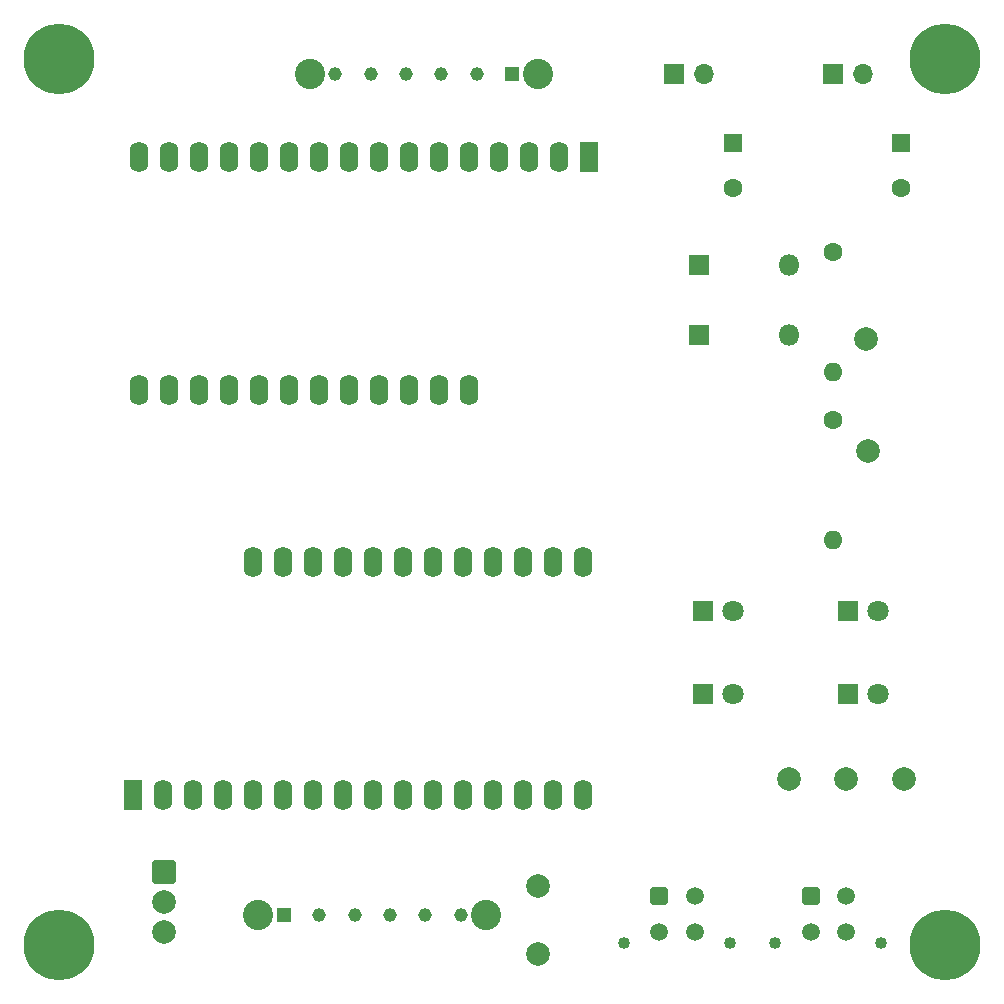
<source format=gbs>
%TF.GenerationSoftware,KiCad,Pcbnew,9.0.0*%
%TF.CreationDate,2025-04-09T18:23:38-07:00*%
%TF.ProjectId,PAC Board,50414320-426f-4617-9264-2e6b69636164,rev?*%
%TF.SameCoordinates,Original*%
%TF.FileFunction,Soldermask,Bot*%
%TF.FilePolarity,Negative*%
%FSLAX46Y46*%
G04 Gerber Fmt 4.6, Leading zero omitted, Abs format (unit mm)*
G04 Created by KiCad (PCBNEW 9.0.0) date 2025-04-09 18:23:38*
%MOMM*%
%LPD*%
G01*
G04 APERTURE LIST*
G04 Aperture macros list*
%AMRoundRect*
0 Rectangle with rounded corners*
0 $1 Rounding radius*
0 $2 $3 $4 $5 $6 $7 $8 $9 X,Y pos of 4 corners*
0 Add a 4 corners polygon primitive as box body*
4,1,4,$2,$3,$4,$5,$6,$7,$8,$9,$2,$3,0*
0 Add four circle primitives for the rounded corners*
1,1,$1+$1,$2,$3*
1,1,$1+$1,$4,$5*
1,1,$1+$1,$6,$7*
1,1,$1+$1,$8,$9*
0 Add four rect primitives between the rounded corners*
20,1,$1+$1,$2,$3,$4,$5,0*
20,1,$1+$1,$4,$5,$6,$7,0*
20,1,$1+$1,$6,$7,$8,$9,0*
20,1,$1+$1,$8,$9,$2,$3,0*%
G04 Aperture macros list end*
%ADD10C,2.000000*%
%ADD11RoundRect,0.250000X0.550000X-1.050000X0.550000X1.050000X-0.550000X1.050000X-0.550000X-1.050000X0*%
%ADD12O,1.600000X2.600000*%
%ADD13R,1.170000X1.170000*%
%ADD14C,1.170000*%
%ADD15C,2.560000*%
%ADD16C,6.000000*%
%ADD17R,1.700000X1.700000*%
%ADD18O,1.700000X1.700000*%
%ADD19R,1.800000X1.800000*%
%ADD20C,1.800000*%
%ADD21RoundRect,0.250000X-0.550000X1.050000X-0.550000X-1.050000X0.550000X-1.050000X0.550000X1.050000X0*%
%ADD22C,1.600000*%
%ADD23O,1.600000X1.600000*%
%ADD24R,1.600000X1.600000*%
%ADD25O,1.800000X1.800000*%
%ADD26RoundRect,0.250000X-0.750000X0.750000X-0.750000X-0.750000X0.750000X-0.750000X0.750000X0.750000X0*%
%ADD27C,1.020000*%
%ADD28RoundRect,0.250001X-0.499999X-0.499999X0.499999X-0.499999X0.499999X0.499999X-0.499999X0.499999X0*%
%ADD29C,1.500000*%
G04 APERTURE END LIST*
D10*
%TO.C,J12*%
X192000000Y-84200000D03*
%TD*%
%TO.C,J6*%
X191800000Y-74700000D03*
%TD*%
D11*
%TO.C,A2*%
X129760000Y-113340000D03*
D12*
X132300000Y-113340000D03*
X134840000Y-113340000D03*
X137380000Y-113340000D03*
X139920000Y-113340000D03*
X142460000Y-113340000D03*
X145000000Y-113340000D03*
X147540000Y-113340000D03*
X150080000Y-113340000D03*
X152620000Y-113340000D03*
X155160000Y-113340000D03*
X157700000Y-113340000D03*
X160240000Y-113340000D03*
X162780000Y-113340000D03*
X165320000Y-113340000D03*
X167860000Y-113340000D03*
X167860000Y-93620000D03*
X165320000Y-93620000D03*
X162780000Y-93620000D03*
X160240000Y-93620000D03*
X157700000Y-93620000D03*
X155160000Y-93620000D03*
X152620000Y-93620000D03*
X150080000Y-93620000D03*
X147540000Y-93620000D03*
X145000000Y-93620000D03*
X142460000Y-93620000D03*
X139920000Y-93620000D03*
%TD*%
D13*
%TO.C,J4*%
X161850000Y-52315000D03*
D14*
X158850000Y-52315000D03*
X155850000Y-52315000D03*
X152850000Y-52315000D03*
X149850000Y-52315000D03*
X146850000Y-52315000D03*
D15*
X164000000Y-52315000D03*
X144700000Y-52315000D03*
%TD*%
D10*
%TO.C,J9*%
X164000000Y-121000000D03*
%TD*%
D16*
%TO.C,REF\u002A\u002A*%
X198500000Y-51000000D03*
%TD*%
D17*
%TO.C,J14*%
X175500000Y-52250000D03*
D18*
X178040000Y-52250000D03*
%TD*%
D10*
%TO.C,J5*%
X190125000Y-112000000D03*
%TD*%
D19*
%TO.C,D6*%
X190230000Y-104750000D03*
D20*
X192770000Y-104750000D03*
%TD*%
D19*
%TO.C,D5*%
X190230000Y-97750000D03*
D20*
X192770000Y-97750000D03*
%TD*%
D21*
%TO.C,A1*%
X168330000Y-59300000D03*
D12*
X165790000Y-59300000D03*
X163250000Y-59300000D03*
X160710000Y-59300000D03*
X158170000Y-59300000D03*
X155630000Y-59300000D03*
X153090000Y-59300000D03*
X150550000Y-59300000D03*
X148010000Y-59300000D03*
X145470000Y-59300000D03*
X142930000Y-59300000D03*
X140390000Y-59300000D03*
X137850000Y-59300000D03*
X135310000Y-59300000D03*
X132770000Y-59300000D03*
X130230000Y-59300000D03*
X130230000Y-79020000D03*
X132770000Y-79020000D03*
X135310000Y-79020000D03*
X137850000Y-79020000D03*
X140390000Y-79020000D03*
X142930000Y-79020000D03*
X145470000Y-79020000D03*
X148010000Y-79020000D03*
X150550000Y-79020000D03*
X153090000Y-79020000D03*
X155630000Y-79020000D03*
X158170000Y-79020000D03*
%TD*%
D16*
%TO.C,REF\u002A\u002A*%
X198500000Y-126000000D03*
%TD*%
D22*
%TO.C,R1*%
X189000000Y-67340000D03*
D23*
X189000000Y-77500000D03*
%TD*%
D22*
%TO.C,R2*%
X189000000Y-81590000D03*
D23*
X189000000Y-91750000D03*
%TD*%
D24*
%TO.C,C1*%
X194750000Y-58117349D03*
D22*
X194750000Y-61917349D03*
%TD*%
D19*
%TO.C,D4*%
X177980000Y-104750000D03*
D20*
X180520000Y-104750000D03*
%TD*%
D17*
%TO.C,J15*%
X189025000Y-52250000D03*
D18*
X191565000Y-52250000D03*
%TD*%
D19*
%TO.C,D2*%
X177690000Y-74420000D03*
D25*
X185310000Y-74420000D03*
%TD*%
D10*
%TO.C,J11*%
X195000000Y-112000000D03*
%TD*%
D26*
%TO.C,J1*%
X132382500Y-119855000D03*
D10*
X132382500Y-122395000D03*
X132382500Y-124935000D03*
%TD*%
D27*
%TO.C,J7*%
X184100000Y-125840000D03*
X193100000Y-125840000D03*
D28*
X187100000Y-121900000D03*
D29*
X190100000Y-121900000D03*
X187100000Y-124900000D03*
X190100000Y-124900000D03*
%TD*%
D10*
%TO.C,J8*%
X164000000Y-126750000D03*
%TD*%
D16*
%TO.C,REF\u002A\u002A*%
X123500000Y-126000000D03*
%TD*%
D19*
%TO.C,D3*%
X177980000Y-97750000D03*
D20*
X180520000Y-97750000D03*
%TD*%
D16*
%TO.C,REF\u002A\u002A*%
X123500000Y-51000000D03*
%TD*%
D24*
%TO.C,C2*%
X180500000Y-58117349D03*
D22*
X180500000Y-61917349D03*
%TD*%
D19*
%TO.C,D1*%
X177690000Y-68420000D03*
D25*
X185310000Y-68420000D03*
%TD*%
D10*
%TO.C,J10*%
X185250000Y-112000000D03*
%TD*%
D13*
%TO.C,J3*%
X142500000Y-123505000D03*
D14*
X145500000Y-123505000D03*
X148500000Y-123505000D03*
X151500000Y-123505000D03*
X154500000Y-123505000D03*
X157500000Y-123505000D03*
D15*
X140350000Y-123505000D03*
X159650000Y-123505000D03*
%TD*%
D27*
%TO.C,J2*%
X171300000Y-125840000D03*
X180300000Y-125840000D03*
D28*
X174300000Y-121900000D03*
D29*
X177300000Y-121900000D03*
X174300000Y-124900000D03*
X177300000Y-124900000D03*
%TD*%
M02*

</source>
